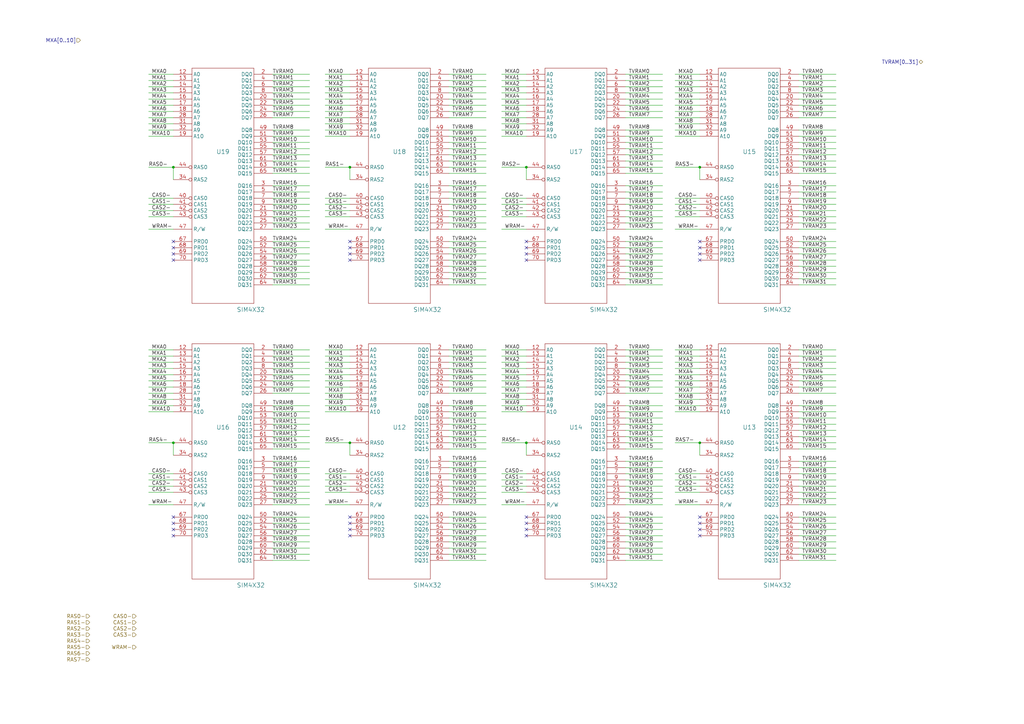
<source format=kicad_sch>
(kicad_sch (version 20200512) (host eeschema "(5.99.0-1735-ga49fde5ce-dirty)")
  (page 1 8)
  (paper "A3")
  (title_block (title "Kicad EDA") (date "Sun 22 Mar 2015") (rev "2.0B") (company "Kicad EDA") (comment 1 "Rams Video"))
  (junction (at 71.12 68.58))
  (junction (at 71.12 181.61))
  (junction (at 143.51 68.58))
  (junction (at 143.51 181.61))
  (junction (at 215.9 68.58))
  (junction (at 215.9 181.61))
  (junction (at 287.02 68.58))
  (junction (at 287.02 181.61))
  (no_connect (at 71.12 212.09))
  (no_connect (at 287.02 219.71))
  (no_connect (at 71.12 217.17))
  (no_connect (at 71.12 219.71))
  (no_connect (at 143.51 101.6))
  (no_connect (at 71.12 101.6))
  (no_connect (at 215.9 217.17))
  (no_connect (at 71.12 106.68))
  (no_connect (at 143.51 106.68))
  (no_connect (at 215.9 214.63))
  (no_connect (at 71.12 214.63))
  (no_connect (at 287.02 106.68))
  (no_connect (at 143.51 214.63))
  (no_connect (at 287.02 214.63))
  (no_connect (at 215.9 219.71))
  (no_connect (at 287.02 217.17))
  (no_connect (at 287.02 212.09))
  (no_connect (at 215.9 212.09))
  (no_connect (at 143.51 104.14))
  (no_connect (at 287.02 104.14))
  (no_connect (at 71.12 99.06))
  (no_connect (at 287.02 101.6))
  (no_connect (at 143.51 217.17))
  (no_connect (at 143.51 219.71))
  (no_connect (at 71.12 104.14))
  (no_connect (at 143.51 99.06))
  (no_connect (at 215.9 104.14))
  (no_connect (at 287.02 99.06))
  (no_connect (at 143.51 212.09))
  (no_connect (at 215.9 101.6))
  (no_connect (at 215.9 106.68))
  (no_connect (at 215.9 99.06))
  (wire (pts (xy 60.96 68.58) (xy 71.12 68.58)))
  (wire (pts (xy 60.96 181.61) (xy 71.12 181.61)))
  (wire (pts (xy 71.12 30.48) (xy 60.96 30.48)))
  (wire (pts (xy 71.12 33.02) (xy 60.96 33.02)))
  (wire (pts (xy 71.12 35.56) (xy 60.96 35.56)))
  (wire (pts (xy 71.12 38.1) (xy 60.96 38.1)))
  (wire (pts (xy 71.12 40.64) (xy 60.96 40.64)))
  (wire (pts (xy 71.12 43.18) (xy 60.96 43.18)))
  (wire (pts (xy 71.12 45.72) (xy 60.96 45.72)))
  (wire (pts (xy 71.12 48.26) (xy 60.96 48.26)))
  (wire (pts (xy 71.12 50.8) (xy 60.96 50.8)))
  (wire (pts (xy 71.12 53.34) (xy 60.96 53.34)))
  (wire (pts (xy 71.12 55.88) (xy 60.96 55.88)))
  (wire (pts (xy 71.12 68.58) (xy 71.12 73.66)))
  (wire (pts (xy 71.12 81.28) (xy 60.96 81.28)))
  (wire (pts (xy 71.12 83.82) (xy 60.96 83.82)))
  (wire (pts (xy 71.12 86.36) (xy 60.96 86.36)))
  (wire (pts (xy 71.12 88.9) (xy 60.96 88.9)))
  (wire (pts (xy 71.12 93.98) (xy 60.96 93.98)))
  (wire (pts (xy 71.12 143.51) (xy 60.96 143.51)))
  (wire (pts (xy 71.12 146.05) (xy 60.96 146.05)))
  (wire (pts (xy 71.12 148.59) (xy 60.96 148.59)))
  (wire (pts (xy 71.12 151.13) (xy 60.96 151.13)))
  (wire (pts (xy 71.12 153.67) (xy 60.96 153.67)))
  (wire (pts (xy 71.12 156.21) (xy 60.96 156.21)))
  (wire (pts (xy 71.12 158.75) (xy 60.96 158.75)))
  (wire (pts (xy 71.12 161.29) (xy 60.96 161.29)))
  (wire (pts (xy 71.12 163.83) (xy 60.96 163.83)))
  (wire (pts (xy 71.12 166.37) (xy 60.96 166.37)))
  (wire (pts (xy 71.12 168.91) (xy 60.96 168.91)))
  (wire (pts (xy 71.12 181.61) (xy 71.12 186.69)))
  (wire (pts (xy 71.12 194.31) (xy 60.96 194.31)))
  (wire (pts (xy 71.12 196.85) (xy 60.96 196.85)))
  (wire (pts (xy 71.12 199.39) (xy 60.96 199.39)))
  (wire (pts (xy 71.12 201.93) (xy 60.96 201.93)))
  (wire (pts (xy 71.12 207.01) (xy 60.96 207.01)))
  (wire (pts (xy 111.76 30.48) (xy 127 30.48)))
  (wire (pts (xy 111.76 33.02) (xy 127 33.02)))
  (wire (pts (xy 111.76 35.56) (xy 127 35.56)))
  (wire (pts (xy 111.76 38.1) (xy 127 38.1)))
  (wire (pts (xy 111.76 40.64) (xy 127 40.64)))
  (wire (pts (xy 111.76 43.18) (xy 127 43.18)))
  (wire (pts (xy 111.76 45.72) (xy 127 45.72)))
  (wire (pts (xy 111.76 48.26) (xy 127 48.26)))
  (wire (pts (xy 111.76 53.34) (xy 127 53.34)))
  (wire (pts (xy 111.76 55.88) (xy 127 55.88)))
  (wire (pts (xy 111.76 58.42) (xy 127 58.42)))
  (wire (pts (xy 111.76 60.96) (xy 127 60.96)))
  (wire (pts (xy 111.76 63.5) (xy 127 63.5)))
  (wire (pts (xy 111.76 66.04) (xy 127 66.04)))
  (wire (pts (xy 111.76 68.58) (xy 127 68.58)))
  (wire (pts (xy 111.76 71.12) (xy 127 71.12)))
  (wire (pts (xy 111.76 76.2) (xy 127 76.2)))
  (wire (pts (xy 111.76 78.74) (xy 127 78.74)))
  (wire (pts (xy 111.76 81.28) (xy 127 81.28)))
  (wire (pts (xy 111.76 83.82) (xy 127 83.82)))
  (wire (pts (xy 111.76 86.36) (xy 127 86.36)))
  (wire (pts (xy 111.76 88.9) (xy 127 88.9)))
  (wire (pts (xy 111.76 91.44) (xy 127 91.44)))
  (wire (pts (xy 111.76 93.98) (xy 127 93.98)))
  (wire (pts (xy 111.76 99.06) (xy 127 99.06)))
  (wire (pts (xy 111.76 101.6) (xy 127 101.6)))
  (wire (pts (xy 111.76 104.14) (xy 127 104.14)))
  (wire (pts (xy 111.76 106.68) (xy 127 106.68)))
  (wire (pts (xy 111.76 109.22) (xy 127 109.22)))
  (wire (pts (xy 111.76 111.76) (xy 127 111.76)))
  (wire (pts (xy 111.76 114.3) (xy 127 114.3)))
  (wire (pts (xy 111.76 116.84) (xy 127 116.84)))
  (wire (pts (xy 111.76 143.51) (xy 127 143.51)))
  (wire (pts (xy 111.76 146.05) (xy 127 146.05)))
  (wire (pts (xy 111.76 148.59) (xy 127 148.59)))
  (wire (pts (xy 111.76 151.13) (xy 127 151.13)))
  (wire (pts (xy 111.76 153.67) (xy 127 153.67)))
  (wire (pts (xy 111.76 156.21) (xy 127 156.21)))
  (wire (pts (xy 111.76 158.75) (xy 127 158.75)))
  (wire (pts (xy 111.76 161.29) (xy 127 161.29)))
  (wire (pts (xy 111.76 166.37) (xy 127 166.37)))
  (wire (pts (xy 111.76 168.91) (xy 127 168.91)))
  (wire (pts (xy 111.76 171.45) (xy 127 171.45)))
  (wire (pts (xy 111.76 173.99) (xy 127 173.99)))
  (wire (pts (xy 111.76 176.53) (xy 127 176.53)))
  (wire (pts (xy 111.76 179.07) (xy 127 179.07)))
  (wire (pts (xy 111.76 181.61) (xy 127 181.61)))
  (wire (pts (xy 111.76 184.15) (xy 127 184.15)))
  (wire (pts (xy 111.76 189.23) (xy 127 189.23)))
  (wire (pts (xy 111.76 191.77) (xy 127 191.77)))
  (wire (pts (xy 111.76 194.31) (xy 127 194.31)))
  (wire (pts (xy 111.76 196.85) (xy 127 196.85)))
  (wire (pts (xy 111.76 199.39) (xy 127 199.39)))
  (wire (pts (xy 111.76 201.93) (xy 127 201.93)))
  (wire (pts (xy 111.76 204.47) (xy 127 204.47)))
  (wire (pts (xy 111.76 207.01) (xy 127 207.01)))
  (wire (pts (xy 111.76 212.09) (xy 127 212.09)))
  (wire (pts (xy 111.76 214.63) (xy 127 214.63)))
  (wire (pts (xy 111.76 217.17) (xy 127 217.17)))
  (wire (pts (xy 111.76 219.71) (xy 127 219.71)))
  (wire (pts (xy 111.76 222.25) (xy 127 222.25)))
  (wire (pts (xy 111.76 224.79) (xy 127 224.79)))
  (wire (pts (xy 111.76 227.33) (xy 127 227.33)))
  (wire (pts (xy 111.76 229.87) (xy 127 229.87)))
  (wire (pts (xy 133.35 68.58) (xy 143.51 68.58)))
  (wire (pts (xy 133.35 181.61) (xy 143.51 181.61)))
  (wire (pts (xy 143.51 30.48) (xy 133.35 30.48)))
  (wire (pts (xy 143.51 33.02) (xy 133.35 33.02)))
  (wire (pts (xy 143.51 35.56) (xy 133.35 35.56)))
  (wire (pts (xy 143.51 38.1) (xy 133.35 38.1)))
  (wire (pts (xy 143.51 40.64) (xy 133.35 40.64)))
  (wire (pts (xy 143.51 43.18) (xy 133.35 43.18)))
  (wire (pts (xy 143.51 45.72) (xy 133.35 45.72)))
  (wire (pts (xy 143.51 48.26) (xy 133.35 48.26)))
  (wire (pts (xy 143.51 50.8) (xy 133.35 50.8)))
  (wire (pts (xy 143.51 53.34) (xy 133.35 53.34)))
  (wire (pts (xy 143.51 55.88) (xy 133.35 55.88)))
  (wire (pts (xy 143.51 68.58) (xy 143.51 73.66)))
  (wire (pts (xy 143.51 81.28) (xy 133.35 81.28)))
  (wire (pts (xy 143.51 83.82) (xy 133.35 83.82)))
  (wire (pts (xy 143.51 86.36) (xy 133.35 86.36)))
  (wire (pts (xy 143.51 88.9) (xy 133.35 88.9)))
  (wire (pts (xy 143.51 93.98) (xy 133.35 93.98)))
  (wire (pts (xy 143.51 143.51) (xy 133.35 143.51)))
  (wire (pts (xy 143.51 146.05) (xy 133.35 146.05)))
  (wire (pts (xy 143.51 148.59) (xy 133.35 148.59)))
  (wire (pts (xy 143.51 151.13) (xy 133.35 151.13)))
  (wire (pts (xy 143.51 153.67) (xy 133.35 153.67)))
  (wire (pts (xy 143.51 156.21) (xy 133.35 156.21)))
  (wire (pts (xy 143.51 158.75) (xy 133.35 158.75)))
  (wire (pts (xy 143.51 161.29) (xy 133.35 161.29)))
  (wire (pts (xy 143.51 163.83) (xy 133.35 163.83)))
  (wire (pts (xy 143.51 166.37) (xy 133.35 166.37)))
  (wire (pts (xy 143.51 168.91) (xy 133.35 168.91)))
  (wire (pts (xy 143.51 181.61) (xy 143.51 186.69)))
  (wire (pts (xy 143.51 194.31) (xy 133.35 194.31)))
  (wire (pts (xy 143.51 196.85) (xy 133.35 196.85)))
  (wire (pts (xy 143.51 199.39) (xy 133.35 199.39)))
  (wire (pts (xy 143.51 201.93) (xy 133.35 201.93)))
  (wire (pts (xy 143.51 207.01) (xy 133.35 207.01)))
  (wire (pts (xy 184.15 30.48) (xy 199.39 30.48)))
  (wire (pts (xy 184.15 33.02) (xy 199.39 33.02)))
  (wire (pts (xy 184.15 35.56) (xy 199.39 35.56)))
  (wire (pts (xy 184.15 38.1) (xy 199.39 38.1)))
  (wire (pts (xy 184.15 40.64) (xy 199.39 40.64)))
  (wire (pts (xy 184.15 43.18) (xy 199.39 43.18)))
  (wire (pts (xy 184.15 45.72) (xy 199.39 45.72)))
  (wire (pts (xy 184.15 48.26) (xy 199.39 48.26)))
  (wire (pts (xy 184.15 53.34) (xy 199.39 53.34)))
  (wire (pts (xy 184.15 55.88) (xy 199.39 55.88)))
  (wire (pts (xy 184.15 58.42) (xy 199.39 58.42)))
  (wire (pts (xy 184.15 60.96) (xy 199.39 60.96)))
  (wire (pts (xy 184.15 63.5) (xy 199.39 63.5)))
  (wire (pts (xy 184.15 66.04) (xy 199.39 66.04)))
  (wire (pts (xy 184.15 68.58) (xy 199.39 68.58)))
  (wire (pts (xy 184.15 71.12) (xy 199.39 71.12)))
  (wire (pts (xy 184.15 76.2) (xy 199.39 76.2)))
  (wire (pts (xy 184.15 78.74) (xy 199.39 78.74)))
  (wire (pts (xy 184.15 81.28) (xy 199.39 81.28)))
  (wire (pts (xy 184.15 83.82) (xy 199.39 83.82)))
  (wire (pts (xy 184.15 86.36) (xy 199.39 86.36)))
  (wire (pts (xy 184.15 88.9) (xy 199.39 88.9)))
  (wire (pts (xy 184.15 91.44) (xy 199.39 91.44)))
  (wire (pts (xy 184.15 93.98) (xy 199.39 93.98)))
  (wire (pts (xy 184.15 99.06) (xy 199.39 99.06)))
  (wire (pts (xy 184.15 101.6) (xy 199.39 101.6)))
  (wire (pts (xy 184.15 104.14) (xy 199.39 104.14)))
  (wire (pts (xy 184.15 106.68) (xy 199.39 106.68)))
  (wire (pts (xy 184.15 109.22) (xy 199.39 109.22)))
  (wire (pts (xy 184.15 111.76) (xy 199.39 111.76)))
  (wire (pts (xy 184.15 114.3) (xy 199.39 114.3)))
  (wire (pts (xy 184.15 116.84) (xy 199.39 116.84)))
  (wire (pts (xy 184.15 143.51) (xy 199.39 143.51)))
  (wire (pts (xy 184.15 146.05) (xy 199.39 146.05)))
  (wire (pts (xy 184.15 148.59) (xy 199.39 148.59)))
  (wire (pts (xy 184.15 151.13) (xy 199.39 151.13)))
  (wire (pts (xy 184.15 153.67) (xy 199.39 153.67)))
  (wire (pts (xy 184.15 156.21) (xy 199.39 156.21)))
  (wire (pts (xy 184.15 158.75) (xy 199.39 158.75)))
  (wire (pts (xy 184.15 161.29) (xy 199.39 161.29)))
  (wire (pts (xy 184.15 166.37) (xy 199.39 166.37)))
  (wire (pts (xy 184.15 168.91) (xy 199.39 168.91)))
  (wire (pts (xy 184.15 171.45) (xy 199.39 171.45)))
  (wire (pts (xy 184.15 173.99) (xy 199.39 173.99)))
  (wire (pts (xy 184.15 176.53) (xy 199.39 176.53)))
  (wire (pts (xy 184.15 179.07) (xy 199.39 179.07)))
  (wire (pts (xy 184.15 181.61) (xy 199.39 181.61)))
  (wire (pts (xy 184.15 184.15) (xy 199.39 184.15)))
  (wire (pts (xy 184.15 189.23) (xy 199.39 189.23)))
  (wire (pts (xy 184.15 191.77) (xy 199.39 191.77)))
  (wire (pts (xy 184.15 194.31) (xy 199.39 194.31)))
  (wire (pts (xy 184.15 196.85) (xy 199.39 196.85)))
  (wire (pts (xy 184.15 199.39) (xy 199.39 199.39)))
  (wire (pts (xy 184.15 201.93) (xy 199.39 201.93)))
  (wire (pts (xy 184.15 204.47) (xy 199.39 204.47)))
  (wire (pts (xy 184.15 207.01) (xy 199.39 207.01)))
  (wire (pts (xy 184.15 212.09) (xy 199.39 212.09)))
  (wire (pts (xy 184.15 214.63) (xy 199.39 214.63)))
  (wire (pts (xy 184.15 217.17) (xy 199.39 217.17)))
  (wire (pts (xy 184.15 219.71) (xy 199.39 219.71)))
  (wire (pts (xy 184.15 222.25) (xy 199.39 222.25)))
  (wire (pts (xy 184.15 224.79) (xy 199.39 224.79)))
  (wire (pts (xy 184.15 227.33) (xy 199.39 227.33)))
  (wire (pts (xy 184.15 229.87) (xy 199.39 229.87)))
  (wire (pts (xy 205.74 68.58) (xy 215.9 68.58)))
  (wire (pts (xy 205.74 181.61) (xy 215.9 181.61)))
  (wire (pts (xy 215.9 30.48) (xy 205.74 30.48)))
  (wire (pts (xy 215.9 33.02) (xy 205.74 33.02)))
  (wire (pts (xy 215.9 35.56) (xy 205.74 35.56)))
  (wire (pts (xy 215.9 38.1) (xy 205.74 38.1)))
  (wire (pts (xy 215.9 40.64) (xy 205.74 40.64)))
  (wire (pts (xy 215.9 43.18) (xy 205.74 43.18)))
  (wire (pts (xy 215.9 45.72) (xy 205.74 45.72)))
  (wire (pts (xy 215.9 48.26) (xy 205.74 48.26)))
  (wire (pts (xy 215.9 50.8) (xy 205.74 50.8)))
  (wire (pts (xy 215.9 53.34) (xy 205.74 53.34)))
  (wire (pts (xy 215.9 55.88) (xy 205.74 55.88)))
  (wire (pts (xy 215.9 68.58) (xy 215.9 73.66)))
  (wire (pts (xy 215.9 81.28) (xy 205.74 81.28)))
  (wire (pts (xy 215.9 83.82) (xy 205.74 83.82)))
  (wire (pts (xy 215.9 86.36) (xy 205.74 86.36)))
  (wire (pts (xy 215.9 88.9) (xy 205.74 88.9)))
  (wire (pts (xy 215.9 93.98) (xy 205.74 93.98)))
  (wire (pts (xy 215.9 143.51) (xy 205.74 143.51)))
  (wire (pts (xy 215.9 146.05) (xy 205.74 146.05)))
  (wire (pts (xy 215.9 148.59) (xy 205.74 148.59)))
  (wire (pts (xy 215.9 151.13) (xy 205.74 151.13)))
  (wire (pts (xy 215.9 153.67) (xy 205.74 153.67)))
  (wire (pts (xy 215.9 156.21) (xy 205.74 156.21)))
  (wire (pts (xy 215.9 158.75) (xy 205.74 158.75)))
  (wire (pts (xy 215.9 161.29) (xy 205.74 161.29)))
  (wire (pts (xy 215.9 163.83) (xy 205.74 163.83)))
  (wire (pts (xy 215.9 166.37) (xy 205.74 166.37)))
  (wire (pts (xy 215.9 168.91) (xy 205.74 168.91)))
  (wire (pts (xy 215.9 181.61) (xy 215.9 186.69)))
  (wire (pts (xy 215.9 194.31) (xy 205.74 194.31)))
  (wire (pts (xy 215.9 196.85) (xy 205.74 196.85)))
  (wire (pts (xy 215.9 199.39) (xy 205.74 199.39)))
  (wire (pts (xy 215.9 201.93) (xy 205.74 201.93)))
  (wire (pts (xy 215.9 207.01) (xy 205.74 207.01)))
  (wire (pts (xy 256.54 30.48) (xy 271.78 30.48)))
  (wire (pts (xy 256.54 33.02) (xy 271.78 33.02)))
  (wire (pts (xy 256.54 35.56) (xy 271.78 35.56)))
  (wire (pts (xy 256.54 38.1) (xy 271.78 38.1)))
  (wire (pts (xy 256.54 40.64) (xy 271.78 40.64)))
  (wire (pts (xy 256.54 43.18) (xy 271.78 43.18)))
  (wire (pts (xy 256.54 45.72) (xy 271.78 45.72)))
  (wire (pts (xy 256.54 48.26) (xy 271.78 48.26)))
  (wire (pts (xy 256.54 53.34) (xy 271.78 53.34)))
  (wire (pts (xy 256.54 55.88) (xy 271.78 55.88)))
  (wire (pts (xy 256.54 58.42) (xy 271.78 58.42)))
  (wire (pts (xy 256.54 60.96) (xy 271.78 60.96)))
  (wire (pts (xy 256.54 63.5) (xy 271.78 63.5)))
  (wire (pts (xy 256.54 66.04) (xy 271.78 66.04)))
  (wire (pts (xy 256.54 68.58) (xy 271.78 68.58)))
  (wire (pts (xy 256.54 71.12) (xy 271.78 71.12)))
  (wire (pts (xy 256.54 76.2) (xy 271.78 76.2)))
  (wire (pts (xy 256.54 78.74) (xy 271.78 78.74)))
  (wire (pts (xy 256.54 81.28) (xy 271.78 81.28)))
  (wire (pts (xy 256.54 83.82) (xy 271.78 83.82)))
  (wire (pts (xy 256.54 86.36) (xy 271.78 86.36)))
  (wire (pts (xy 256.54 88.9) (xy 271.78 88.9)))
  (wire (pts (xy 256.54 91.44) (xy 271.78 91.44)))
  (wire (pts (xy 256.54 93.98) (xy 271.78 93.98)))
  (wire (pts (xy 256.54 99.06) (xy 271.78 99.06)))
  (wire (pts (xy 256.54 101.6) (xy 271.78 101.6)))
  (wire (pts (xy 256.54 104.14) (xy 271.78 104.14)))
  (wire (pts (xy 256.54 106.68) (xy 271.78 106.68)))
  (wire (pts (xy 256.54 109.22) (xy 271.78 109.22)))
  (wire (pts (xy 256.54 111.76) (xy 271.78 111.76)))
  (wire (pts (xy 256.54 114.3) (xy 271.78 114.3)))
  (wire (pts (xy 256.54 116.84) (xy 271.78 116.84)))
  (wire (pts (xy 256.54 143.51) (xy 271.78 143.51)))
  (wire (pts (xy 256.54 146.05) (xy 271.78 146.05)))
  (wire (pts (xy 256.54 148.59) (xy 271.78 148.59)))
  (wire (pts (xy 256.54 151.13) (xy 271.78 151.13)))
  (wire (pts (xy 256.54 153.67) (xy 271.78 153.67)))
  (wire (pts (xy 256.54 156.21) (xy 271.78 156.21)))
  (wire (pts (xy 256.54 158.75) (xy 271.78 158.75)))
  (wire (pts (xy 256.54 161.29) (xy 271.78 161.29)))
  (wire (pts (xy 256.54 166.37) (xy 271.78 166.37)))
  (wire (pts (xy 256.54 168.91) (xy 271.78 168.91)))
  (wire (pts (xy 256.54 171.45) (xy 271.78 171.45)))
  (wire (pts (xy 256.54 173.99) (xy 271.78 173.99)))
  (wire (pts (xy 256.54 176.53) (xy 271.78 176.53)))
  (wire (pts (xy 256.54 179.07) (xy 271.78 179.07)))
  (wire (pts (xy 256.54 181.61) (xy 271.78 181.61)))
  (wire (pts (xy 256.54 184.15) (xy 271.78 184.15)))
  (wire (pts (xy 256.54 189.23) (xy 271.78 189.23)))
  (wire (pts (xy 256.54 191.77) (xy 271.78 191.77)))
  (wire (pts (xy 256.54 194.31) (xy 271.78 194.31)))
  (wire (pts (xy 256.54 196.85) (xy 271.78 196.85)))
  (wire (pts (xy 256.54 199.39) (xy 271.78 199.39)))
  (wire (pts (xy 256.54 201.93) (xy 271.78 201.93)))
  (wire (pts (xy 256.54 204.47) (xy 271.78 204.47)))
  (wire (pts (xy 256.54 207.01) (xy 271.78 207.01)))
  (wire (pts (xy 256.54 212.09) (xy 271.78 212.09)))
  (wire (pts (xy 256.54 214.63) (xy 271.78 214.63)))
  (wire (pts (xy 256.54 217.17) (xy 271.78 217.17)))
  (wire (pts (xy 256.54 219.71) (xy 271.78 219.71)))
  (wire (pts (xy 256.54 222.25) (xy 271.78 222.25)))
  (wire (pts (xy 256.54 224.79) (xy 271.78 224.79)))
  (wire (pts (xy 256.54 227.33) (xy 271.78 227.33)))
  (wire (pts (xy 256.54 229.87) (xy 271.78 229.87)))
  (wire (pts (xy 276.86 68.58) (xy 287.02 68.58)))
  (wire (pts (xy 276.86 181.61) (xy 287.02 181.61)))
  (wire (pts (xy 287.02 30.48) (xy 276.86 30.48)))
  (wire (pts (xy 287.02 33.02) (xy 276.86 33.02)))
  (wire (pts (xy 287.02 35.56) (xy 276.86 35.56)))
  (wire (pts (xy 287.02 38.1) (xy 276.86 38.1)))
  (wire (pts (xy 287.02 40.64) (xy 276.86 40.64)))
  (wire (pts (xy 287.02 43.18) (xy 276.86 43.18)))
  (wire (pts (xy 287.02 45.72) (xy 276.86 45.72)))
  (wire (pts (xy 287.02 48.26) (xy 276.86 48.26)))
  (wire (pts (xy 287.02 50.8) (xy 276.86 50.8)))
  (wire (pts (xy 287.02 53.34) (xy 276.86 53.34)))
  (wire (pts (xy 287.02 55.88) (xy 276.86 55.88)))
  (wire (pts (xy 287.02 68.58) (xy 287.02 73.66)))
  (wire (pts (xy 287.02 81.28) (xy 276.86 81.28)))
  (wire (pts (xy 287.02 83.82) (xy 276.86 83.82)))
  (wire (pts (xy 287.02 86.36) (xy 276.86 86.36)))
  (wire (pts (xy 287.02 88.9) (xy 276.86 88.9)))
  (wire (pts (xy 287.02 93.98) (xy 276.86 93.98)))
  (wire (pts (xy 287.02 143.51) (xy 276.86 143.51)))
  (wire (pts (xy 287.02 146.05) (xy 276.86 146.05)))
  (wire (pts (xy 287.02 148.59) (xy 276.86 148.59)))
  (wire (pts (xy 287.02 151.13) (xy 276.86 151.13)))
  (wire (pts (xy 287.02 153.67) (xy 276.86 153.67)))
  (wire (pts (xy 287.02 156.21) (xy 276.86 156.21)))
  (wire (pts (xy 287.02 158.75) (xy 276.86 158.75)))
  (wire (pts (xy 287.02 161.29) (xy 276.86 161.29)))
  (wire (pts (xy 287.02 163.83) (xy 276.86 163.83)))
  (wire (pts (xy 287.02 166.37) (xy 276.86 166.37)))
  (wire (pts (xy 287.02 168.91) (xy 276.86 168.91)))
  (wire (pts (xy 287.02 181.61) (xy 287.02 186.69)))
  (wire (pts (xy 287.02 194.31) (xy 276.86 194.31)))
  (wire (pts (xy 287.02 196.85) (xy 276.86 196.85)))
  (wire (pts (xy 287.02 199.39) (xy 276.86 199.39)))
  (wire (pts (xy 287.02 201.93) (xy 276.86 201.93)))
  (wire (pts (xy 287.02 207.01) (xy 276.86 207.01)))
  (wire (pts (xy 327.66 30.48) (xy 342.9 30.48)))
  (wire (pts (xy 327.66 33.02) (xy 342.9 33.02)))
  (wire (pts (xy 327.66 35.56) (xy 342.9 35.56)))
  (wire (pts (xy 327.66 38.1) (xy 342.9 38.1)))
  (wire (pts (xy 327.66 40.64) (xy 342.9 40.64)))
  (wire (pts (xy 327.66 43.18) (xy 342.9 43.18)))
  (wire (pts (xy 327.66 45.72) (xy 342.9 45.72)))
  (wire (pts (xy 327.66 48.26) (xy 342.9 48.26)))
  (wire (pts (xy 327.66 53.34) (xy 342.9 53.34)))
  (wire (pts (xy 327.66 55.88) (xy 342.9 55.88)))
  (wire (pts (xy 327.66 58.42) (xy 342.9 58.42)))
  (wire (pts (xy 327.66 60.96) (xy 342.9 60.96)))
  (wire (pts (xy 327.66 63.5) (xy 342.9 63.5)))
  (wire (pts (xy 327.66 66.04) (xy 342.9 66.04)))
  (wire (pts (xy 327.66 68.58) (xy 342.9 68.58)))
  (wire (pts (xy 327.66 71.12) (xy 342.9 71.12)))
  (wire (pts (xy 327.66 76.2) (xy 342.9 76.2)))
  (wire (pts (xy 327.66 78.74) (xy 342.9 78.74)))
  (wire (pts (xy 327.66 81.28) (xy 342.9 81.28)))
  (wire (pts (xy 327.66 83.82) (xy 342.9 83.82)))
  (wire (pts (xy 327.66 86.36) (xy 342.9 86.36)))
  (wire (pts (xy 327.66 88.9) (xy 342.9 88.9)))
  (wire (pts (xy 327.66 91.44) (xy 342.9 91.44)))
  (wire (pts (xy 327.66 93.98) (xy 342.9 93.98)))
  (wire (pts (xy 327.66 99.06) (xy 342.9 99.06)))
  (wire (pts (xy 327.66 101.6) (xy 342.9 101.6)))
  (wire (pts (xy 327.66 104.14) (xy 342.9 104.14)))
  (wire (pts (xy 327.66 106.68) (xy 342.9 106.68)))
  (wire (pts (xy 327.66 109.22) (xy 342.9 109.22)))
  (wire (pts (xy 327.66 111.76) (xy 342.9 111.76)))
  (wire (pts (xy 327.66 114.3) (xy 342.9 114.3)))
  (wire (pts (xy 327.66 116.84) (xy 342.9 116.84)))
  (wire (pts (xy 327.66 143.51) (xy 342.9 143.51)))
  (wire (pts (xy 327.66 146.05) (xy 342.9 146.05)))
  (wire (pts (xy 327.66 148.59) (xy 342.9 148.59)))
  (wire (pts (xy 327.66 151.13) (xy 342.9 151.13)))
  (wire (pts (xy 327.66 153.67) (xy 342.9 153.67)))
  (wire (pts (xy 327.66 156.21) (xy 342.9 156.21)))
  (wire (pts (xy 327.66 158.75) (xy 342.9 158.75)))
  (wire (pts (xy 327.66 161.29) (xy 342.9 161.29)))
  (wire (pts (xy 327.66 166.37) (xy 342.9 166.37)))
  (wire (pts (xy 327.66 168.91) (xy 342.9 168.91)))
  (wire (pts (xy 327.66 171.45) (xy 342.9 171.45)))
  (wire (pts (xy 327.66 173.99) (xy 342.9 173.99)))
  (wire (pts (xy 327.66 176.53) (xy 342.9 176.53)))
  (wire (pts (xy 327.66 179.07) (xy 342.9 179.07)))
  (wire (pts (xy 327.66 181.61) (xy 342.9 181.61)))
  (wire (pts (xy 327.66 184.15) (xy 342.9 184.15)))
  (wire (pts (xy 327.66 189.23) (xy 342.9 189.23)))
  (wire (pts (xy 327.66 191.77) (xy 342.9 191.77)))
  (wire (pts (xy 327.66 194.31) (xy 342.9 194.31)))
  (wire (pts (xy 327.66 196.85) (xy 342.9 196.85)))
  (wire (pts (xy 327.66 199.39) (xy 342.9 199.39)))
  (wire (pts (xy 327.66 201.93) (xy 342.9 201.93)))
  (wire (pts (xy 327.66 204.47) (xy 342.9 204.47)))
  (wire (pts (xy 327.66 207.01) (xy 342.9 207.01)))
  (wire (pts (xy 327.66 212.09) (xy 342.9 212.09)))
  (wire (pts (xy 327.66 214.63) (xy 342.9 214.63)))
  (wire (pts (xy 327.66 217.17) (xy 342.9 217.17)))
  (wire (pts (xy 327.66 219.71) (xy 342.9 219.71)))
  (wire (pts (xy 327.66 222.25) (xy 342.9 222.25)))
  (wire (pts (xy 327.66 224.79) (xy 342.9 224.79)))
  (wire (pts (xy 327.66 227.33) (xy 342.9 227.33)))
  (wire (pts (xy 327.66 229.87) (xy 342.9 229.87)))
  (label "RAS0-" (at 60.96 68.58 0) (effects (font (size 1.524 1.524))))
  (label "RAS4-" (at 60.96 181.61 0) (effects (font (size 1.524 1.524))))
  (label "MXA0" (at 62.23 30.48 0) (effects (font (size 1.524 1.524))))
  (label "MXA1" (at 62.23 33.02 0) (effects (font (size 1.524 1.524))))
  (label "MXA2" (at 62.23 35.56 0) (effects (font (size 1.524 1.524))))
  (label "MXA3" (at 62.23 38.1 0) (effects (font (size 1.524 1.524))))
  (label "MXA4" (at 62.23 40.64 0) (effects (font (size 1.524 1.524))))
  (label "MXA5" (at 62.23 43.18 0) (effects (font (size 1.524 1.524))))
  (label "MXA6" (at 62.23 45.72 0) (effects (font (size 1.524 1.524))))
  (label "MXA7" (at 62.23 48.26 0) (effects (font (size 1.524 1.524))))
  (label "MXA8" (at 62.23 50.8 0) (effects (font (size 1.524 1.524))))
  (label "MXA9" (at 62.23 53.34 0) (effects (font (size 1.524 1.524))))
  (label "MXA10" (at 62.23 55.88 0) (effects (font (size 1.524 1.524))))
  (label "CAS0-" (at 62.23 81.28 0) (effects (font (size 1.524 1.524))))
  (label "CAS1-" (at 62.23 83.82 0) (effects (font (size 1.524 1.524))))
  (label "CAS2-" (at 62.23 86.36 0) (effects (font (size 1.524 1.524))))
  (label "CAS3-" (at 62.23 88.9 0) (effects (font (size 1.524 1.524))))
  (label "WRAM-" (at 62.23 93.98 0) (effects (font (size 1.524 1.524))))
  (label "MXA0" (at 62.23 143.51 0) (effects (font (size 1.524 1.524))))
  (label "MXA1" (at 62.23 146.05 0) (effects (font (size 1.524 1.524))))
  (label "MXA2" (at 62.23 148.59 0) (effects (font (size 1.524 1.524))))
  (label "MXA3" (at 62.23 151.13 0) (effects (font (size 1.524 1.524))))
  (label "MXA4" (at 62.23 153.67 0) (effects (font (size 1.524 1.524))))
  (label "MXA5" (at 62.23 156.21 0) (effects (font (size 1.524 1.524))))
  (label "MXA6" (at 62.23 158.75 0) (effects (font (size 1.524 1.524))))
  (label "MXA7" (at 62.23 161.29 0) (effects (font (size 1.524 1.524))))
  (label "MXA8" (at 62.23 163.83 0) (effects (font (size 1.524 1.524))))
  (label "MXA9" (at 62.23 166.37 0) (effects (font (size 1.524 1.524))))
  (label "MXA10" (at 62.23 168.91 0) (effects (font (size 1.524 1.524))))
  (label "CAS0-" (at 62.23 194.31 0) (effects (font (size 1.524 1.524))))
  (label "CAS1-" (at 62.23 196.85 0) (effects (font (size 1.524 1.524))))
  (label "CAS2-" (at 62.23 199.39 0) (effects (font (size 1.524 1.524))))
  (label "CAS3-" (at 62.23 201.93 0) (effects (font (size 1.524 1.524))))
  (label "WRAM-" (at 62.23 207.01 0) (effects (font (size 1.524 1.524))))
  (label "TVRAM0" (at 111.76 30.48 0) (effects (font (size 1.524 1.524))))
  (label "TVRAM1" (at 111.76 33.02 0) (effects (font (size 1.524 1.524))))
  (label "TVRAM2" (at 111.76 35.56 0) (effects (font (size 1.524 1.524))))
  (label "TVRAM3" (at 111.76 38.1 0) (effects (font (size 1.524 1.524))))
  (label "TVRAM4" (at 111.76 40.64 0) (effects (font (size 1.524 1.524))))
  (label "TVRAM5" (at 111.76 43.18 0) (effects (font (size 1.524 1.524))))
  (label "TVRAM6" (at 111.76 45.72 0) (effects (font (size 1.524 1.524))))
  (label "TVRAM7" (at 111.76 48.26 0) (effects (font (size 1.524 1.524))))
  (label "TVRAM8" (at 111.76 53.34 0) (effects (font (size 1.524 1.524))))
  (label "TVRAM9" (at 111.76 55.88 0) (effects (font (size 1.524 1.524))))
  (label "TVRAM10" (at 111.76 58.42 0) (effects (font (size 1.524 1.524))))
  (label "TVRAM11" (at 111.76 60.96 0) (effects (font (size 1.524 1.524))))
  (label "TVRAM12" (at 111.76 63.5 0) (effects (font (size 1.524 1.524))))
  (label "TVRAM13" (at 111.76 66.04 0) (effects (font (size 1.524 1.524))))
  (label "TVRAM14" (at 111.76 68.58 0) (effects (font (size 1.524 1.524))))
  (label "TVRAM15" (at 111.76 71.12 0) (effects (font (size 1.524 1.524))))
  (label "TVRAM16" (at 111.76 76.2 0) (effects (font (size 1.524 1.524))))
  (label "TVRAM17" (at 111.76 78.74 0) (effects (font (size 1.524 1.524))))
  (label "TVRAM18" (at 111.76 81.28 0) (effects (font (size 1.524 1.524))))
  (label "TVRAM19" (at 111.76 83.82 0) (effects (font (size 1.524 1.524))))
  (label "TVRAM20" (at 111.76 86.36 0) (effects (font (size 1.524 1.524))))
  (label "TVRAM21" (at 111.76 88.9 0) (effects (font (size 1.524 1.524))))
  (label "TVRAM22" (at 111.76 91.44 0) (effects (font (size 1.524 1.524))))
  (label "TVRAM23" (at 111.76 93.98 0) (effects (font (size 1.524 1.524))))
  (label "TVRAM24" (at 111.76 99.06 0) (effects (font (size 1.524 1.524))))
  (label "TVRAM25" (at 111.76 101.6 0) (effects (font (size 1.524 1.524))))
  (label "TVRAM26" (at 111.76 104.14 0) (effects (font (size 1.524 1.524))))
  (label "TVRAM27" (at 111.76 106.68 0) (effects (font (size 1.524 1.524))))
  (label "TVRAM28" (at 111.76 109.22 0) (effects (font (size 1.524 1.524))))
  (label "TVRAM29" (at 111.76 111.76 0) (effects (font (size 1.524 1.524))))
  (label "TVRAM30" (at 111.76 114.3 0) (effects (font (size 1.524 1.524))))
  (label "TVRAM31" (at 111.76 116.84 0) (effects (font (size 1.524 1.524))))
  (label "TVRAM0" (at 111.76 143.51 0) (effects (font (size 1.524 1.524))))
  (label "TVRAM1" (at 111.76 146.05 0) (effects (font (size 1.524 1.524))))
  (label "TVRAM2" (at 111.76 148.59 0) (effects (font (size 1.524 1.524))))
  (label "TVRAM3" (at 111.76 151.13 0) (effects (font (size 1.524 1.524))))
  (label "TVRAM4" (at 111.76 153.67 0) (effects (font (size 1.524 1.524))))
  (label "TVRAM5" (at 111.76 156.21 0) (effects (font (size 1.524 1.524))))
  (label "TVRAM6" (at 111.76 158.75 0) (effects (font (size 1.524 1.524))))
  (label "TVRAM7" (at 111.76 161.29 0) (effects (font (size 1.524 1.524))))
  (label "TVRAM8" (at 111.76 166.37 0) (effects (font (size 1.524 1.524))))
  (label "TVRAM9" (at 111.76 168.91 0) (effects (font (size 1.524 1.524))))
  (label "TVRAM10" (at 111.76 171.45 0) (effects (font (size 1.524 1.524))))
  (label "TVRAM11" (at 111.76 173.99 0) (effects (font (size 1.524 1.524))))
  (label "TVRAM12" (at 111.76 176.53 0) (effects (font (size 1.524 1.524))))
  (label "TVRAM13" (at 111.76 179.07 0) (effects (font (size 1.524 1.524))))
  (label "TVRAM14" (at 111.76 181.61 0) (effects (font (size 1.524 1.524))))
  (label "TVRAM15" (at 111.76 184.15 0) (effects (font (size 1.524 1.524))))
  (label "TVRAM16" (at 111.76 189.23 0) (effects (font (size 1.524 1.524))))
  (label "TVRAM17" (at 111.76 191.77 0) (effects (font (size 1.524 1.524))))
  (label "TVRAM18" (at 111.76 194.31 0) (effects (font (size 1.524 1.524))))
  (label "TVRAM19" (at 111.76 196.85 0) (effects (font (size 1.524 1.524))))
  (label "TVRAM20" (at 111.76 199.39 0) (effects (font (size 1.524 1.524))))
  (label "TVRAM21" (at 111.76 201.93 0) (effects (font (size 1.524 1.524))))
  (label "TVRAM22" (at 111.76 204.47 0) (effects (font (size 1.524 1.524))))
  (label "TVRAM23" (at 111.76 207.01 0) (effects (font (size 1.524 1.524))))
  (label "TVRAM24" (at 111.76 212.09 0) (effects (font (size 1.524 1.524))))
  (label "TVRAM25" (at 111.76 214.63 0) (effects (font (size 1.524 1.524))))
  (label "TVRAM26" (at 111.76 217.17 0) (effects (font (size 1.524 1.524))))
  (label "TVRAM27" (at 111.76 219.71 0) (effects (font (size 1.524 1.524))))
  (label "TVRAM28" (at 111.76 222.25 0) (effects (font (size 1.524 1.524))))
  (label "TVRAM29" (at 111.76 224.79 0) (effects (font (size 1.524 1.524))))
  (label "TVRAM30" (at 111.76 227.33 0) (effects (font (size 1.524 1.524))))
  (label "TVRAM31" (at 111.76 229.87 0) (effects (font (size 1.524 1.524))))
  (label "RAS1-" (at 133.35 68.58 0) (effects (font (size 1.524 1.524))))
  (label "RAS5-" (at 133.35 181.61 0) (effects (font (size 1.524 1.524))))
  (label "MXA0" (at 134.62 30.48 0) (effects (font (size 1.524 1.524))))
  (label "MXA1" (at 134.62 33.02 0) (effects (font (size 1.524 1.524))))
  (label "MXA2" (at 134.62 35.56 0) (effects (font (size 1.524 1.524))))
  (label "MXA3" (at 134.62 38.1 0) (effects (font (size 1.524 1.524))))
  (label "MXA4" (at 134.62 40.64 0) (effects (font (size 1.524 1.524))))
  (label "MXA5" (at 134.62 43.18 0) (effects (font (size 1.524 1.524))))
  (label "MXA6" (at 134.62 45.72 0) (effects (font (size 1.524 1.524))))
  (label "MXA7" (at 134.62 48.26 0) (effects (font (size 1.524 1.524))))
  (label "MXA8" (at 134.62 50.8 0) (effects (font (size 1.524 1.524))))
  (label "MXA9" (at 134.62 53.34 0) (effects (font (size 1.524 1.524))))
  (label "MXA10" (at 134.62 55.88 0) (effects (font (size 1.524 1.524))))
  (label "CAS0-" (at 134.62 81.28 0) (effects (font (size 1.524 1.524))))
  (label "CAS1-" (at 134.62 83.82 0) (effects (font (size 1.524 1.524))))
  (label "CAS2-" (at 134.62 86.36 0) (effects (font (size 1.524 1.524))))
  (label "CAS3-" (at 134.62 88.9 0) (effects (font (size 1.524 1.524))))
  (label "WRAM-" (at 134.62 93.98 0) (effects (font (size 1.524 1.524))))
  (label "MXA0" (at 134.62 143.51 0) (effects (font (size 1.524 1.524))))
  (label "MXA1" (at 134.62 146.05 0) (effects (font (size 1.524 1.524))))
  (label "MXA2" (at 134.62 148.59 0) (effects (font (size 1.524 1.524))))
  (label "MXA3" (at 134.62 151.13 0) (effects (font (size 1.524 1.524))))
  (label "MXA4" (at 134.62 153.67 0) (effects (font (size 1.524 1.524))))
  (label "MXA5" (at 134.62 156.21 0) (effects (font (size 1.524 1.524))))
  (label "MXA6" (at 134.62 158.75 0) (effects (font (size 1.524 1.524))))
  (label "MXA7" (at 134.62 161.29 0) (effects (font (size 1.524 1.524))))
  (label "MXA8" (at 134.62 163.83 0) (effects (font (size 1.524 1.524))))
  (label "MXA9" (at 134.62 166.37 0) (effects (font (size 1.524 1.524))))
  (label "MXA10" (at 134.62 168.91 0) (effects (font (size 1.524 1.524))))
  (label "CAS0-" (at 134.62 194.31 0) (effects (font (size 1.524 1.524))))
  (label "CAS1-" (at 134.62 196.85 0) (effects (font (size 1.524 1.524))))
  (label "CAS2-" (at 134.62 199.39 0) (effects (font (size 1.524 1.524))))
  (label "CAS3-" (at 134.62 201.93 0) (effects (font (size 1.524 1.524))))
  (label "WRAM-" (at 134.62 207.01 0) (effects (font (size 1.524 1.524))))
  (label "TVRAM0" (at 185.42 30.48 0) (effects (font (size 1.524 1.524))))
  (label "TVRAM1" (at 185.42 33.02 0) (effects (font (size 1.524 1.524))))
  (label "TVRAM2" (at 185.42 35.56 0) (effects (font (size 1.524 1.524))))
  (label "TVRAM3" (at 185.42 38.1 0) (effects (font (size 1.524 1.524))))
  (label "TVRAM4" (at 185.42 40.64 0) (effects (font (size 1.524 1.524))))
  (label "TVRAM5" (at 185.42 43.18 0) (effects (font (size 1.524 1.524))))
  (label "TVRAM6" (at 185.42 45.72 0) (effects (font (size 1.524 1.524))))
  (label "TVRAM7" (at 185.42 48.26 0) (effects (font (size 1.524 1.524))))
  (label "TVRAM8" (at 185.42 53.34 0) (effects (font (size 1.524 1.524))))
  (label "TVRAM9" (at 185.42 55.88 0) (effects (font (size 1.524 1.524))))
  (label "TVRAM10" (at 185.42 58.42 0) (effects (font (size 1.524 1.524))))
  (label "TVRAM11" (at 185.42 60.96 0) (effects (font (size 1.524 1.524))))
  (label "TVRAM12" (at 185.42 63.5 0) (effects (font (size 1.524 1.524))))
  (label "TVRAM13" (at 185.42 66.04 0) (effects (font (size 1.524 1.524))))
  (label "TVRAM14" (at 185.42 68.58 0) (effects (font (size 1.524 1.524))))
  (label "TVRAM15" (at 185.42 71.12 0) (effects (font (size 1.524 1.524))))
  (label "TVRAM16" (at 185.42 76.2 0) (effects (font (size 1.524 1.524))))
  (label "TVRAM17" (at 185.42 78.74 0) (effects (font (size 1.524 1.524))))
  (label "TVRAM18" (at 185.42 81.28 0) (effects (font (size 1.524 1.524))))
  (label "TVRAM19" (at 185.42 83.82 0) (effects (font (size 1.524 1.524))))
  (label "TVRAM20" (at 185.42 86.36 0) (effects (font (size 1.524 1.524))))
  (label "TVRAM21" (at 185.42 88.9 0) (effects (font (size 1.524 1.524))))
  (label "TVRAM22" (at 185.42 91.44 0) (effects (font (size 1.524 1.524))))
  (label "TVRAM23" (at 185.42 93.98 0) (effects (font (size 1.524 1.524))))
  (label "TVRAM24" (at 185.42 99.06 0) (effects (font (size 1.524 1.524))))
  (label "TVRAM25" (at 185.42 101.6 0) (effects (font (size 1.524 1.524))))
  (label "TVRAM26" (at 185.42 104.14 0) (effects (font (size 1.524 1.524))))
  (label "TVRAM27" (at 185.42 106.68 0) (effects (font (size 1.524 1.524))))
  (label "TVRAM28" (at 185.42 109.22 0) (effects (font (size 1.524 1.524))))
  (label "TVRAM29" (at 185.42 111.76 0) (effects (font (size 1.524 1.524))))
  (label "TVRAM30" (at 185.42 114.3 0) (effects (font (size 1.524 1.524))))
  (label "TVRAM31" (at 185.42 116.84 0) (effects (font (size 1.524 1.524))))
  (label "TVRAM0" (at 185.42 143.51 0) (effects (font (size 1.524 1.524))))
  (label "TVRAM1" (at 185.42 146.05 0) (effects (font (size 1.524 1.524))))
  (label "TVRAM2" (at 185.42 148.59 0) (effects (font (size 1.524 1.524))))
  (label "TVRAM3" (at 185.42 151.13 0) (effects (font (size 1.524 1.524))))
  (label "TVRAM4" (at 185.42 153.67 0) (effects (font (size 1.524 1.524))))
  (label "TVRAM5" (at 185.42 156.21 0) (effects (font (size 1.524 1.524))))
  (label "TVRAM6" (at 185.42 158.75 0) (effects (font (size 1.524 1.524))))
  (label "TVRAM7" (at 185.42 161.29 0) (effects (font (size 1.524 1.524))))
  (label "TVRAM8" (at 185.42 166.37 0) (effects (font (size 1.524 1.524))))
  (label "TVRAM9" (at 185.42 168.91 0) (effects (font (size 1.524 1.524))))
  (label "TVRAM10" (at 185.42 171.45 0) (effects (font (size 1.524 1.524))))
  (label "TVRAM11" (at 185.42 173.99 0) (effects (font (size 1.524 1.524))))
  (label "TVRAM12" (at 185.42 176.53 0) (effects (font (size 1.524 1.524))))
  (label "TVRAM13" (at 185.42 179.07 0) (effects (font (size 1.524 1.524))))
  (label "TVRAM14" (at 185.42 181.61 0) (effects (font (size 1.524 1.524))))
  (label "TVRAM15" (at 185.42 184.15 0) (effects (font (size 1.524 1.524))))
  (label "TVRAM16" (at 185.42 189.23 0) (effects (font (size 1.524 1.524))))
  (label "TVRAM17" (at 185.42 191.77 0) (effects (font (size 1.524 1.524))))
  (label "TVRAM18" (at 185.42 194.31 0) (effects (font (size 1.524 1.524))))
  (label "TVRAM19" (at 185.42 196.85 0) (effects (font (size 1.524 1.524))))
  (label "TVRAM20" (at 185.42 199.39 0) (effects (font (size 1.524 1.524))))
  (label "TVRAM21" (at 185.42 201.93 0) (effects (font (size 1.524 1.524))))
  (label "TVRAM22" (at 185.42 204.47 0) (effects (font (size 1.524 1.524))))
  (label "TVRAM23" (at 185.42 207.01 0) (effects (font (size 1.524 1.524))))
  (label "TVRAM24" (at 185.42 212.09 0) (effects (font (size 1.524 1.524))))
  (label "TVRAM25" (at 185.42 214.63 0) (effects (font (size 1.524 1.524))))
  (label "TVRAM26" (at 185.42 217.17 0) (effects (font (size 1.524 1.524))))
  (label "TVRAM27" (at 185.42 219.71 0) (effects (font (size 1.524 1.524))))
  (label "TVRAM28" (at 185.42 222.25 0) (effects (font (size 1.524 1.524))))
  (label "TVRAM29" (at 185.42 224.79 0) (effects (font (size 1.524 1.524))))
  (label "TVRAM30" (at 185.42 227.33 0) (effects (font (size 1.524 1.524))))
  (label "TVRAM31" (at 185.42 229.87 0) (effects (font (size 1.524 1.524))))
  (label "RAS2-" (at 205.74 68.58 0) (effects (font (size 1.524 1.524))))
  (label "RAS6-" (at 205.74 181.61 0) (effects (font (size 1.524 1.524))))
  (label "MXA0" (at 207.01 30.48 0) (effects (font (size 1.524 1.524))))
  (label "MXA1" (at 207.01 33.02 0) (effects (font (size 1.524 1.524))))
  (label "MXA2" (at 207.01 35.56 0) (effects (font (size 1.524 1.524))))
  (label "MXA3" (at 207.01 38.1 0) (effects (font (size 1.524 1.524))))
  (label "MXA4" (at 207.01 40.64 0) (effects (font (size 1.524 1.524))))
  (label "MXA5" (at 207.01 43.18 0) (effects (font (size 1.524 1.524))))
  (label "MXA6" (at 207.01 45.72 0) (effects (font (size 1.524 1.524))))
  (label "MXA7" (at 207.01 48.26 0) (effects (font (size 1.524 1.524))))
  (label "MXA8" (at 207.01 50.8 0) (effects (font (size 1.524 1.524))))
  (label "MXA9" (at 207.01 53.34 0) (effects (font (size 1.524 1.524))))
  (label "MXA10" (at 207.01 55.88 0) (effects (font (size 1.524 1.524))))
  (label "CAS0-" (at 207.01 81.28 0) (effects (font (size 1.524 1.524))))
  (label "CAS1-" (at 207.01 83.82 0) (effects (font (size 1.524 1.524))))
  (label "CAS2-" (at 207.01 86.36 0) (effects (font (size 1.524 1.524))))
  (label "CAS3-" (at 207.01 88.9 0) (effects (font (size 1.524 1.524))))
  (label "WRAM-" (at 207.01 93.98 0) (effects (font (size 1.524 1.524))))
  (label "MXA0" (at 207.01 143.51 0) (effects (font (size 1.524 1.524))))
  (label "MXA1" (at 207.01 146.05 0) (effects (font (size 1.524 1.524))))
  (label "MXA2" (at 207.01 148.59 0) (effects (font (size 1.524 1.524))))
  (label "MXA3" (at 207.01 151.13 0) (effects (font (size 1.524 1.524))))
  (label "MXA4" (at 207.01 153.67 0) (effects (font (size 1.524 1.524))))
  (label "MXA5" (at 207.01 156.21 0) (effects (font (size 1.524 1.524))))
  (label "MXA6" (at 207.01 158.75 0) (effects (font (size 1.524 1.524))))
  (label "MXA7" (at 207.01 161.29 0) (effects (font (size 1.524 1.524))))
  (label "MXA8" (at 207.01 163.83 0) (effects (font (size 1.524 1.524))))
  (label "MXA9" (at 207.01 166.37 0) (effects (font (size 1.524 1.524))))
  (label "MXA10" (at 207.01 168.91 0) (effects (font (size 1.524 1.524))))
  (label "CAS0-" (at 207.01 194.31 0) (effects (font (size 1.524 1.524))))
  (label "CAS1-" (at 207.01 196.85 0) (effects (font (size 1.524 1.524))))
  (label "CAS2-" (at 207.01 199.39 0) (effects (font (size 1.524 1.524))))
  (label "CAS3-" (at 207.01 201.93 0) (effects (font (size 1.524 1.524))))
  (label "WRAM-" (at 207.01 207.01 0) (effects (font (size 1.524 1.524))))
  (label "TVRAM0" (at 257.81 30.48 0) (effects (font (size 1.524 1.524))))
  (label "TVRAM1" (at 257.81 33.02 0) (effects (font (size 1.524 1.524))))
  (label "TVRAM2" (at 257.81 35.56 0) (effects (font (size 1.524 1.524))))
  (label "TVRAM3" (at 257.81 38.1 0) (effects (font (size 1.524 1.524))))
  (label "TVRAM4" (at 257.81 40.64 0) (effects (font (size 1.524 1.524))))
  (label "TVRAM5" (at 257.81 43.18 0) (effects (font (size 1.524 1.524))))
  (label "TVRAM6" (at 257.81 45.72 0) (effects (font (size 1.524 1.524))))
  (label "TVRAM7" (at 257.81 48.26 0) (effects (font (size 1.524 1.524))))
  (label "TVRAM8" (at 257.81 53.34 0) (effects (font (size 1.524 1.524))))
  (label "TVRAM9" (at 257.81 55.88 0) (effects (font (size 1.524 1.524))))
  (label "TVRAM10" (at 257.81 58.42 0) (effects (font (size 1.524 1.524))))
  (label "TVRAM11" (at 257.81 60.96 0) (effects (font (size 1.524 1.524))))
  (label "TVRAM12" (at 257.81 63.5 0) (effects (font (size 1.524 1.524))))
  (label "TVRAM13" (at 257.81 66.04 0) (effects (font (size 1.524 1.524))))
  (label "TVRAM14" (at 257.81 68.58 0) (effects (font (size 1.524 1.524))))
  (label "TVRAM15" (at 257.81 71.12 0) (effects (font (size 1.524 1.524))))
  (label "TVRAM16" (at 257.81 76.2 0) (effects (font (size 1.524 1.524))))
  (label "TVRAM17" (at 257.81 78.74 0) (effects (font (size 1.524 1.524))))
  (label "TVRAM18" (at 257.81 81.28 0) (effects (font (size 1.524 1.524))))
  (label "TVRAM19" (at 257.81 83.82 0) (effects (font (size 1.524 1.524))))
  (label "TVRAM20" (at 257.81 86.36 0) (effects (font (size 1.524 1.524))))
  (label "TVRAM21" (at 257.81 88.9 0) (effects (font (size 1.524 1.524))))
  (label "TVRAM22" (at 257.81 91.44 0) (effects (font (size 1.524 1.524))))
  (label "TVRAM23" (at 257.81 93.98 0) (effects (font (size 1.524 1.524))))
  (label "TVRAM24" (at 257.81 99.06 0) (effects (font (size 1.524 1.524))))
  (label "TVRAM25" (at 257.81 101.6 0) (effects (font (size 1.524 1.524))))
  (label "TVRAM26" (at 257.81 104.14 0) (effects (font (size 1.524 1.524))))
  (label "TVRAM27" (at 257.81 106.68 0) (effects (font (size 1.524 1.524))))
  (label "TVRAM28" (at 257.81 109.22 0) (effects (font (size 1.524 1.524))))
  (label "TVRAM29" (at 257.81 111.76 0) (effects (font (size 1.524 1.524))))
  (label "TVRAM30" (at 257.81 114.3 0) (effects (font (size 1.524 1.524))))
  (label "TVRAM31" (at 257.81 116.84 0) (effects (font (size 1.524 1.524))))
  (label "TVRAM0" (at 257.81 143.51 0) (effects (font (size 1.524 1.524))))
  (label "TVRAM1" (at 257.81 146.05 0) (effects (font (size 1.524 1.524))))
  (label "TVRAM2" (at 257.81 148.59 0) (effects (font (size 1.524 1.524))))
  (label "TVRAM3" (at 257.81 151.13 0) (effects (font (size 1.524 1.524))))
  (label "TVRAM4" (at 257.81 153.67 0) (effects (font (size 1.524 1.524))))
  (label "TVRAM5" (at 257.81 156.21 0) (effects (font (size 1.524 1.524))))
  (label "TVRAM6" (at 257.81 158.75 0) (effects (font (size 1.524 1.524))))
  (label "TVRAM7" (at 257.81 161.29 0) (effects (font (size 1.524 1.524))))
  (label "TVRAM8" (at 257.81 166.37 0) (effects (font (size 1.524 1.524))))
  (label "TVRAM9" (at 257.81 168.91 0) (effects (font (size 1.524 1.524))))
  (label "TVRAM10" (at 257.81 171.45 0) (effects (font (size 1.524 1.524))))
  (label "TVRAM11" (at 257.81 173.99 0) (effects (font (size 1.524 1.524))))
  (label "TVRAM12" (at 257.81 176.53 0) (effects (font (size 1.524 1.524))))
  (label "TVRAM13" (at 257.81 179.07 0) (effects (font (size 1.524 1.524))))
  (label "TVRAM14" (at 257.81 181.61 0) (effects (font (size 1.524 1.524))))
  (label "TVRAM15" (at 257.81 184.15 0) (effects (font (size 1.524 1.524))))
  (label "TVRAM16" (at 257.81 189.23 0) (effects (font (size 1.524 1.524))))
  (label "TVRAM17" (at 257.81 191.77 0) (effects (font (size 1.524 1.524))))
  (label "TVRAM18" (at 257.81 194.31 0) (effects (font (size 1.524 1.524))))
  (label "TVRAM19" (at 257.81 196.85 0) (effects (font (size 1.524 1.524))))
  (label "TVRAM20" (at 257.81 199.39 0) (effects (font (size 1.524 1.524))))
  (label "TVRAM21" (at 257.81 201.93 0) (effects (font (size 1.524 1.524))))
  (label "TVRAM22" (at 257.81 204.47 0) (effects (font (size 1.524 1.524))))
  (label "TVRAM23" (at 257.81 207.01 0) (effects (font (size 1.524 1.524))))
  (label "TVRAM24" (at 257.81 212.09 0) (effects (font (size 1.524 1.524))))
  (label "TVRAM25" (at 257.81 214.63 0) (effects (font (size 1.524 1.524))))
  (label "TVRAM26" (at 257.81 217.17 0) (effects (font (size 1.524 1.524))))
  (label "TVRAM27" (at 257.81 219.71 0) (effects (font (size 1.524 1.524))))
  (label "TVRAM28" (at 257.81 222.25 0) (effects (font (size 1.524 1.524))))
  (label "TVRAM29" (at 257.81 224.79 0) (effects (font (size 1.524 1.524))))
  (label "TVRAM30" (at 257.81 227.33 0) (effects (font (size 1.524 1.524))))
  (label "TVRAM31" (at 257.81 229.87 0) (effects (font (size 1.524 1.524))))
  (label "RAS3-" (at 276.86 68.58 0) (effects (font (size 1.524 1.524))))
  (label "RAS7-" (at 276.86 181.61 0) (effects (font (size 1.524 1.524))))
  (label "MXA0" (at 278.13 30.48 0) (effects (font (size 1.524 1.524))))
  (label "MXA1" (at 278.13 33.02 0) (effects (font (size 1.524 1.524))))
  (label "MXA2" (at 278.13 35.56 0) (effects (font (size 1.524 1.524))))
  (label "MXA3" (at 278.13 38.1 0) (effects (font (size 1.524 1.524))))
  (label "MXA4" (at 278.13 40.64 0) (effects (font (size 1.524 1.524))))
  (label "MXA5" (at 278.13 43.18 0) (effects (font (size 1.524 1.524))))
  (label "MXA6" (at 278.13 45.72 0) (effects (font (size 1.524 1.524))))
  (label "MXA7" (at 278.13 48.26 0) (effects (font (size 1.524 1.524))))
  (label "MXA8" (at 278.13 50.8 0) (effects (font (size 1.524 1.524))))
  (label "MXA9" (at 278.13 53.34 0) (effects (font (size 1.524 1.524))))
  (label "MXA10" (at 278.13 55.88 0) (effects (font (size 1.524 1.524))))
  (label "CAS0-" (at 278.13 81.28 0) (effects (font (size 1.524 1.524))))
  (label "CAS1-" (at 278.13 83.82 0) (effects (font (size 1.524 1.524))))
  (label "CAS2-" (at 278.13 86.36 0) (effects (font (size 1.524 1.524))))
  (label "CAS3-" (at 278.13 88.9 0) (effects (font (size 1.524 1.524))))
  (label "WRAM-" (at 278.13 93.98 0) (effects (font (size 1.524 1.524))))
  (label "MXA0" (at 278.13 143.51 0) (effects (font (size 1.524 1.524))))
  (label "MXA1" (at 278.13 146.05 0) (effects (font (size 1.524 1.524))))
  (label "MXA2" (at 278.13 148.59 0) (effects (font (size 1.524 1.524))))
  (label "MXA3" (at 278.13 151.13 0) (effects (font (size 1.524 1.524))))
  (label "MXA4" (at 278.13 153.67 0) (effects (font (size 1.524 1.524))))
  (label "MXA5" (at 278.13 156.21 0) (effects (font (size 1.524 1.524))))
  (label "MXA6" (at 278.13 158.75 0) (effects (font (size 1.524 1.524))))
  (label "MXA7" (at 278.13 161.29 0) (effects (font (size 1.524 1.524))))
  (label "MXA8" (at 278.13 163.83 0) (effects (font (size 1.524 1.524))))
  (label "MXA9" (at 278.13 166.37 0) (effects (font (size 1.524 1.524))))
  (label "MXA10" (at 278.13 168.91 0) (effects (font (size 1.524 1.524))))
  (label "CAS0-" (at 278.13 194.31 0) (effects (font (size 1.524 1.524))))
  (label "CAS1-" (at 278.13 196.85 0) (effects (font (size 1.524 1.524))))
  (label "CAS2-" (at 278.13 199.39 0) (effects (font (size 1.524 1.524))))
  (label "CAS3-" (at 278.13 201.93 0) (effects (font (size 1.524 1.524))))
  (label "WRAM-" (at 278.13 207.01 0) (effects (font (size 1.524 1.524))))
  (label "TVRAM0" (at 328.93 30.48 0) (effects (font (size 1.524 1.524))))
  (label "TVRAM1" (at 328.93 33.02 0) (effects (font (size 1.524 1.524))))
  (label "TVRAM2" (at 328.93 35.56 0) (effects (font (size 1.524 1.524))))
  (label "TVRAM3" (at 328.93 38.1 0) (effects (font (size 1.524 1.524))))
  (label "TVRAM4" (at 328.93 40.64 0) (effects (font (size 1.524 1.524))))
  (label "TVRAM5" (at 328.93 43.18 0) (effects (font (size 1.524 1.524))))
  (label "TVRAM6" (at 328.93 45.72 0) (effects (font (size 1.524 1.524))))
  (label "TVRAM7" (at 328.93 48.26 0) (effects (font (size 1.524 1.524))))
  (label "TVRAM8" (at 328.93 53.34 0) (effects (font (size 1.524 1.524))))
  (label "TVRAM9" (at 328.93 55.88 0) (effects (font (size 1.524 1.524))))
  (label "TVRAM10" (at 328.93 58.42 0) (effects (font (size 1.524 1.524))))
  (label "TVRAM11" (at 328.93 60.96 0) (effects (font (size 1.524 1.524))))
  (label "TVRAM12" (at 328.93 63.5 0) (effects (font (size 1.524 1.524))))
  (label "TVRAM13" (at 328.93 66.04 0) (effects (font (size 1.524 1.524))))
  (label "TVRAM14" (at 328.93 68.58 0) (effects (font (size 1.524 1.524))))
  (label "TVRAM15" (at 328.93 71.12 0) (effects (font (size 1.524 1.524))))
  (label "TVRAM16" (at 328.93 76.2 0) (effects (font (size 1.524 1.524))))
  (label "TVRAM17" (at 328.93 78.74 0) (effects (font (size 1.524 1.524))))
  (label "TVRAM18" (at 328.93 81.28 0) (effects (font (size 1.524 1.524))))
  (label "TVRAM19" (at 328.93 83.82 0) (effects (font (size 1.524 1.524))))
  (label "TVRAM20" (at 328.93 86.36 0) (effects (font (size 1.524 1.524))))
  (label "TVRAM21" (at 328.93 88.9 0) (effects (font (size 1.524 1.524))))
  (label "TVRAM22" (at 328.93 91.44 0) (effects (font (size 1.524 1.524))))
  (label "TVRAM23" (at 328.93 93.98 0) (effects (font (size 1.524 1.524))))
  (label "TVRAM24" (at 328.93 99.06 0) (effects (font (size 1.524 1.524))))
  (label "TVRAM25" (at 328.93 101.6 0) (effects (font (size 1.524 1.524))))
  (label "TVRAM26" (at 328.93 104.14 0) (effects (font (size 1.524 1.524))))
  (label "TVRAM27" (at 328.93 106.68 0) (effects (font (size 1.524 1.524))))
  (label "TVRAM28" (at 328.93 109.22 0) (effects (font (size 1.524 1.524))))
  (label "TVRAM29" (at 328.93 111.76 0) (effects (font (size 1.524 1.524))))
  (label "TVRAM30" (at 328.93 114.3 0) (effects (font (size 1.524 1.524))))
  (label "TVRAM31" (at 328.93 116.84 0) (effects (font (size 1.524 1.524))))
  (label "TVRAM0" (at 328.93 143.51 0) (effects (font (size 1.524 1.524))))
  (label "TVRAM1" (at 328.93 146.05 0) (effects (font (size 1.524 1.524))))
  (label "TVRAM2" (at 328.93 148.59 0) (effects (font (size 1.524 1.524))))
  (label "TVRAM3" (at 328.93 151.13 0) (effects (font (size 1.524 1.524))))
  (label "TVRAM4" (at 328.93 153.67 0) (effects (font (size 1.524 1.524))))
  (label "TVRAM5" (at 328.93 156.21 0) (effects (font (size 1.524 1.524))))
  (label "TVRAM6" (at 328.93 158.75 0) (effects (font (size 1.524 1.524))))
  (label "TVRAM7" (at 328.93 161.29 0) (effects (font (size 1.524 1.524))))
  (label "TVRAM8" (at 328.93 166.37 0) (effects (font (size 1.524 1.524))))
  (label "TVRAM9" (at 328.93 168.91 0) (effects (font (size 1.524 1.524))))
  (label "TVRAM10" (at 328.93 171.45 0) (effects (font (size 1.524 1.524))))
  (label "TVRAM11" (at 328.93 173.99 0) (effects (font (size 1.524 1.524))))
  (label "TVRAM12" (at 328.93 176.53 0) (effects (font (size 1.524 1.524))))
  (label "TVRAM13" (at 328.93 179.07 0) (effects (font (size 1.524 1.524))))
  (label "TVRAM14" (at 328.93 181.61 0) (effects (font (size 1.524 1.524))))
  (label "TVRAM15" (at 328.93 184.15 0) (effects (font (size 1.524 1.524))))
  (label "TVRAM16" (at 328.93 189.23 0) (effects (font (size 1.524 1.524))))
  (label "TVRAM17" (at 328.93 191.77 0) (effects (font (size 1.524 1.524))))
  (label "TVRAM18" (at 328.93 194.31 0) (effects (font (size 1.524 1.524))))
  (label "TVRAM19" (at 328.93 196.85 0) (effects (font (size 1.524 1.524))))
  (label "TVRAM20" (at 328.93 199.39 0) (effects (font (size 1.524 1.524))))
  (label "TVRAM21" (at 328.93 201.93 0) (effects (font (size 1.524 1.524))))
  (label "TVRAM22" (at 328.93 204.47 0) (effects (font (size 1.524 1.524))))
  (label "TVRAM23" (at 328.93 207.01 0) (effects (font (size 1.524 1.524))))
  (label "TVRAM24" (at 328.93 212.09 0) (effects (font (size 1.524 1.524))))
  (label "TVRAM25" (at 328.93 214.63 0) (effects (font (size 1.524 1.524))))
  (label "TVRAM26" (at 328.93 217.17 0) (effects (font (size 1.524 1.524))))
  (label "TVRAM27" (at 328.93 219.71 0) (effects (font (size 1.524 1.524))))
  (label "TVRAM28" (at 328.93 222.25 0) (effects (font (size 1.524 1.524))))
  (label "TVRAM29" (at 328.93 224.79 0) (effects (font (size 1.524 1.524))))
  (label "TVRAM30" (at 328.93 227.33 0) (effects (font (size 1.524 1.524))))
  (label "TVRAM31" (at 328.93 229.87 0) (effects (font (size 1.524 1.524))))
  (hierarchical_label "MXA[0..10]" (shape input) (at 33.02 16.51 180) (effects (font (size 1.524 1.524))))
  (hierarchical_label "RAS0-" (shape input) (at 36.83 252.73 180) (effects (font (size 1.524 1.524))))
  (hierarchical_label "RAS1-" (shape input) (at 36.83 255.27 180) (effects (font (size 1.524 1.524))))
  (hierarchical_label "RAS2-" (shape input) (at 36.83 257.81 180) (effects (font (size 1.524 1.524))))
  (hierarchical_label "RAS3-" (shape input) (at 36.83 260.35 180) (effects (font (size 1.524 1.524))))
  (hierarchical_label "RAS4-" (shape input) (at 36.83 262.89 180) (effects (font (size 1.524 1.524))))
  (hierarchical_label "RAS5-" (shape input) (at 36.83 265.43 180) (effects (font (size 1.524 1.524))))
  (hierarchical_label "RAS6-" (shape input) (at 36.83 267.97 180) (effects (font (size 1.524 1.524))))
  (hierarchical_label "RAS7-" (shape input) (at 36.83 270.51 180) (effects (font (size 1.524 1.524))))
  (hierarchical_label "CAS0-" (shape input) (at 55.88 252.73 180) (effects (font (size 1.524 1.524))))
  (hierarchical_label "CAS1-" (shape input) (at 55.88 255.27 180) (effects (font (size 1.524 1.524))))
  (hierarchical_label "CAS2-" (shape input) (at 55.88 257.81 180) (effects (font (size 1.524 1.524))))
  (hierarchical_label "CAS3-" (shape input) (at 55.88 260.35 180) (effects (font (size 1.524 1.524))))
  (hierarchical_label "WRAM-" (shape input) (at 55.88 265.43 180) (effects (font (size 1.524 1.524))))
  (hierarchical_label "TVRAM[0..31]" (shape tri_state) (at 378.46 25.4 180) (effects (font (size 1.524 1.524))))
  (symbol (lib_id "video_schlib:SIM4X32") (at 91.44 76.2 0) (unit 1)
    (property "Reference" "U19" (at 91.44 62.23 0) (effects (font (size 1.778 1.778))))
    (property "Value" "SIM4X32" (at 102.87 127 0) (effects (font (size 1.778 1.778))))
    (property "Footprint" "footprints:sim72" (effects hide))
  )
  (symbol (lib_id "video_schlib:SIM4X32") (at 91.44 189.23 0) (unit 1)
    (property "Reference" "U16" (at 91.44 175.26 0) (effects (font (size 1.778 1.778))))
    (property "Value" "SIM4X32" (at 102.87 240.03 0) (effects (font (size 1.778 1.778))))
    (property "Footprint" "footprints:sim72" (effects hide))
  )
  (symbol (lib_id "video_schlib:SIM4X32") (at 163.83 76.2 0) (unit 1)
    (property "Reference" "U18" (at 163.83 62.23 0) (effects (font (size 1.778 1.778))))
    (property "Value" "SIM4X32" (at 175.26 127 0) (effects (font (size 1.778 1.778))))
    (property "Footprint" "footprints:sim72" (effects hide))
  )
  (symbol (lib_id "video_schlib:SIM4X32") (at 163.83 189.23 0) (unit 1)
    (property "Reference" "U12" (at 163.83 175.26 0) (effects (font (size 1.778 1.778))))
    (property "Value" "SIM4X32" (at 175.26 240.03 0) (effects (font (size 1.778 1.778))))
    (property "Footprint" "footprints:sim72" (effects hide))
  )
  (symbol (lib_id "video_schlib:SIM4X32") (at 236.22 76.2 0) (unit 1)
    (property "Reference" "U17" (at 236.22 62.23 0) (effects (font (size 1.778 1.778))))
    (property "Value" "SIM4X32" (at 247.65 127 0) (effects (font (size 1.778 1.778))))
    (property "Footprint" "footprints:sim72" (effects hide))
  )
  (symbol (lib_id "video_schlib:SIM4X32") (at 236.22 189.23 0) (unit 1)
    (property "Reference" "U14" (at 236.22 175.26 0) (effects (font (size 1.778 1.778))))
    (property "Value" "SIM4X32" (at 247.65 240.03 0) (effects (font (size 1.778 1.778))))
    (property "Footprint" "footprints:sim72" (effects hide))
  )
  (symbol (lib_id "video_schlib:SIM4X32") (at 307.34 76.2 0) (unit 1)
    (property "Reference" "U15" (at 307.34 62.23 0) (effects (font (size 1.778 1.778))))
    (property "Value" "SIM4X32" (at 318.77 127 0) (effects (font (size 1.778 1.778))))
    (property "Footprint" "footprints:sim72" (effects hide))
  )
  (symbol (lib_id "video_schlib:SIM4X32") (at 307.34 189.23 0) (unit 1)
    (property "Reference" "U13" (at 307.34 175.26 0) (effects (font (size 1.778 1.778))))
    (property "Value" "SIM4X32" (at 318.77 240.03 0) (effects (font (size 1.778 1.778))))
    (property "Footprint" "footprints:sim72" (effects hide))
  )
)
</source>
